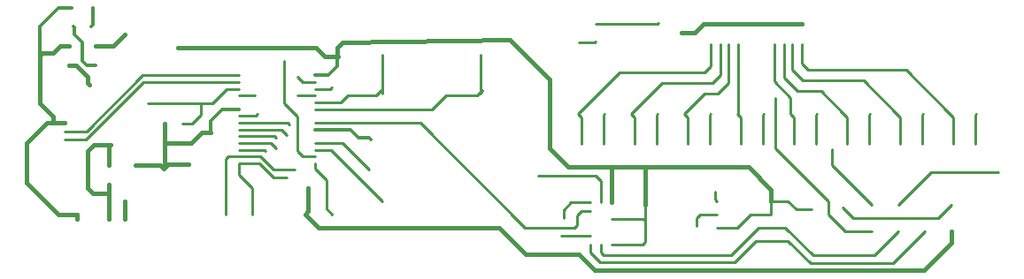
<source format=gbr>
G04 EAGLE Gerber RS-274X export*
G75*
%MOMM*%
%FSLAX34Y34*%
%LPD*%
%INTop Copper*%
%IPPOS*%
%AMOC8*
5,1,8,0,0,1.08239X$1,22.5*%
G01*
%ADD10C,0.254000*%
%ADD11C,0.304800*%
%ADD12C,0.406400*%


D10*
X940820Y507540D02*
X940820Y479260D01*
X940820Y507540D02*
X941750Y508470D01*
X286960Y467100D02*
X276600Y467100D01*
X274320Y464820D01*
X274320Y411880D01*
X274250Y411810D01*
X320040Y454660D02*
X340360Y454660D01*
X307600Y467100D02*
X286960Y467100D01*
X307600Y467100D02*
X320040Y454660D01*
X991620Y479260D02*
X991620Y507540D01*
X992550Y508470D01*
X299650Y436950D02*
X299650Y411810D01*
X299650Y436950D02*
X287020Y449580D01*
X287020Y460540D01*
X286960Y460600D01*
X320040Y447040D02*
X332740Y447040D01*
X306480Y460600D02*
X286960Y460600D01*
X306480Y460600D02*
X320040Y447040D01*
X370520Y436550D02*
X370520Y417140D01*
X375850Y411810D01*
X360080Y455260D02*
X360080Y460600D01*
X370520Y444820D02*
X370520Y436550D01*
X370520Y444820D02*
X360080Y455260D01*
X796300Y424650D02*
X796300Y411950D01*
X820220Y416640D02*
X835070Y416640D01*
X812210Y424650D02*
X796300Y424650D01*
X812210Y424650D02*
X820220Y416640D01*
X763950Y399250D02*
X744300Y399250D01*
X776650Y411950D02*
X796300Y411950D01*
X776650Y411950D02*
X763950Y399250D01*
X675440Y405600D02*
X675440Y420840D01*
X675440Y405600D02*
X675440Y385280D01*
X673220Y383060D02*
X643140Y383060D01*
X673220Y383060D02*
X675440Y385280D01*
X673980Y407060D02*
X643140Y407060D01*
X673980Y407060D02*
X675440Y405600D01*
D11*
X286960Y512600D02*
X271300Y512600D01*
X260280Y501580D01*
X360080Y545100D02*
X372380Y545100D01*
X381000Y553720D01*
X381000Y561960D01*
X381720Y562680D01*
D12*
X968420Y395440D02*
X968420Y384220D01*
X942340Y358140D01*
X627380Y358140D01*
X612140Y373380D01*
X561340Y373380D01*
X363480Y398780D02*
X350450Y411810D01*
X363480Y398780D02*
X535940Y398780D01*
X561340Y373380D01*
X796300Y424650D02*
X796300Y435600D01*
X774700Y457200D01*
X642620Y457200D02*
X601980Y457200D01*
X642620Y457200D02*
X675640Y457200D01*
X774700Y457200D01*
X601980Y457200D02*
X584200Y474980D01*
X584200Y541020D01*
X546100Y579120D01*
X381720Y562680D02*
X381000Y563400D01*
X675440Y457000D02*
X675440Y420840D01*
X675440Y457000D02*
X675640Y457200D01*
X643140Y456680D02*
X643140Y423060D01*
X643140Y456680D02*
X642620Y457200D01*
X215960Y457260D02*
X215900Y457200D01*
X215900Y456700D01*
X214960Y455760D01*
X211640Y459080D02*
X188260Y459080D01*
X211640Y459080D02*
X214960Y455760D01*
X251400Y490160D02*
X260280Y490160D01*
D11*
X260280Y501580D01*
D12*
X241300Y480060D02*
X215960Y480060D01*
X241300Y480060D02*
X251400Y490160D01*
X215960Y499040D02*
X215960Y480060D01*
X215960Y456760D01*
X214960Y455760D01*
X350190Y411810D02*
X350450Y411810D01*
X238760Y459740D02*
X218940Y459740D01*
X214960Y455760D01*
X353520Y436550D02*
X353520Y414880D01*
X350450Y411810D01*
X369500Y562680D02*
X381720Y562680D01*
X369500Y562680D02*
X360680Y571500D01*
X228600Y571500D01*
X381000Y571500D02*
X381000Y563400D01*
X386080Y576580D02*
X546100Y579120D01*
X386080Y576580D02*
X381000Y571500D01*
D10*
X330200Y558800D02*
X330200Y518160D01*
X342900Y505460D01*
X342900Y472440D01*
X348240Y467100D02*
X360080Y467100D01*
X348240Y467100D02*
X342900Y472440D01*
X612140Y576580D02*
X627200Y576580D01*
X628060Y577440D01*
X955720Y408140D02*
X968420Y420840D01*
X955720Y408140D02*
X874440Y408140D01*
X864280Y418300D01*
X623140Y423060D02*
X604880Y423060D01*
X597580Y415760D01*
X597580Y408140D01*
X374760Y473600D02*
X360080Y473600D01*
X374760Y473600D02*
X424180Y424180D01*
X573450Y448780D02*
X628060Y448780D01*
X633140Y443700D01*
X633140Y423060D01*
X854120Y458940D02*
X854120Y474180D01*
X854120Y458940D02*
X892220Y420840D01*
X386080Y480060D02*
X360120Y480060D01*
X360080Y480100D01*
X386080Y480060D02*
X411480Y454660D01*
X614660Y415060D02*
X623140Y415060D01*
X614660Y415060D02*
X610280Y410680D01*
X610280Y401790D01*
X607740Y399250D01*
X560750Y399250D01*
X460400Y499600D02*
X360080Y499600D01*
X460400Y499600D02*
X560750Y399250D01*
X595040Y391060D02*
X623140Y391060D01*
X724580Y400520D02*
X724580Y408140D01*
X728390Y411950D02*
X744300Y411950D01*
X728390Y411950D02*
X724580Y408140D01*
X360080Y525600D02*
X343080Y525600D01*
X342900Y525780D01*
X800100Y523240D02*
X800100Y474980D01*
X850900Y424180D01*
X850900Y411480D01*
X866940Y395440D01*
X892220Y395440D01*
X796300Y386550D02*
X781730Y386550D01*
X912540Y364960D02*
X943020Y395440D01*
X912540Y364960D02*
X833800Y364960D01*
X812210Y386550D02*
X796300Y386550D01*
X812210Y386550D02*
X833800Y364960D01*
X623140Y375080D02*
X623140Y383060D01*
X623140Y375080D02*
X632460Y365760D01*
X760940Y365760D01*
X781730Y386550D01*
X374620Y532100D02*
X360080Y532100D01*
X374620Y532100D02*
X375920Y533400D01*
X784270Y399250D02*
X796300Y399250D01*
X784270Y399250D02*
X757600Y372580D01*
X894760Y372580D02*
X917620Y395440D01*
X894760Y372580D02*
X836340Y372580D01*
X809670Y399250D02*
X796300Y399250D01*
X809670Y399250D02*
X836340Y372580D01*
X757600Y372580D02*
X635800Y372580D01*
X633140Y375240D02*
X633140Y383060D01*
X633140Y375240D02*
X635800Y372580D01*
X360080Y538600D02*
X347860Y538600D01*
X342900Y543560D01*
X250520Y518230D02*
X199720Y518230D01*
X250520Y518230D02*
X261690Y518230D01*
X275560Y532100D02*
X286960Y532100D01*
X275560Y532100D02*
X261690Y518230D01*
X242500Y499040D02*
X232960Y499040D01*
X250520Y507060D02*
X250520Y518230D01*
X250520Y507060D02*
X242500Y499040D01*
X140640Y483540D02*
X120050Y483540D01*
X195700Y538600D02*
X286960Y538600D01*
X195700Y538600D02*
X140640Y483540D01*
X141020Y491540D02*
X120050Y491540D01*
X194580Y545100D02*
X286960Y545100D01*
X194580Y545100D02*
X141020Y491540D01*
X517840Y527110D02*
X517840Y564820D01*
X519500Y530530D02*
X517840Y527110D01*
X471960Y512600D02*
X360080Y512600D01*
X471960Y512600D02*
X485140Y525780D01*
X514750Y525780D01*
X519500Y530530D01*
X424640Y527110D02*
X424640Y564820D01*
X422980Y530530D02*
X424640Y527110D01*
X384480Y519100D02*
X360080Y519100D01*
X384480Y519100D02*
X391160Y525780D01*
X418230Y525780D01*
X422980Y530530D01*
X970620Y505000D02*
X970620Y479260D01*
X970620Y505000D02*
X967150Y508470D01*
X825160Y556480D02*
X825160Y574920D01*
X825160Y556480D02*
X831260Y550380D01*
X925240Y550380D01*
X967150Y508470D01*
X919820Y505000D02*
X919820Y479260D01*
X919820Y505000D02*
X916350Y508470D01*
X816210Y550190D02*
X816210Y574920D01*
X816210Y550190D02*
X826180Y540220D01*
X884600Y540220D01*
X916350Y508470D01*
X869020Y505000D02*
X869020Y479260D01*
X869020Y505000D02*
X865550Y508470D01*
X808210Y542950D02*
X808210Y574920D01*
X808210Y542950D02*
X821100Y530060D01*
X843960Y530060D01*
X865550Y508470D01*
X818220Y505000D02*
X818220Y479260D01*
X818220Y505000D02*
X814750Y508470D01*
X799260Y539200D02*
X799260Y574920D01*
X814750Y523710D02*
X814750Y508470D01*
X814750Y523710D02*
X799260Y539200D01*
X767420Y505000D02*
X767420Y479260D01*
X767420Y505000D02*
X763950Y508470D01*
X764200Y508720D02*
X764200Y574920D01*
X764200Y508720D02*
X763950Y508470D01*
X716620Y505000D02*
X716620Y479260D01*
X716620Y505000D02*
X713150Y508470D01*
X755250Y537870D02*
X755250Y574920D01*
X755250Y537870D02*
X744900Y527520D01*
X732200Y527520D01*
X713150Y508470D01*
X665820Y505000D02*
X665820Y479260D01*
X665820Y505000D02*
X662350Y508470D01*
X747250Y545110D02*
X747250Y574920D01*
X747250Y545110D02*
X739820Y537680D01*
X691560Y537680D01*
X662350Y508470D01*
X615020Y505000D02*
X615020Y479260D01*
X615020Y505000D02*
X611550Y508470D01*
X738300Y553940D02*
X738300Y574920D01*
X738300Y553940D02*
X732200Y547840D01*
X650920Y547840D01*
X611550Y508470D01*
X636020Y507540D02*
X636020Y479260D01*
X636020Y507540D02*
X636950Y508470D01*
X302900Y506100D02*
X286960Y506100D01*
X302900Y506100D02*
X304800Y508000D01*
X890020Y507540D02*
X890020Y479260D01*
X890020Y507540D02*
X890950Y508470D01*
X312420Y472440D02*
X311260Y473600D01*
X286960Y473600D01*
X742868Y425920D02*
X744138Y424650D01*
X744300Y424650D01*
X742868Y425920D02*
X742868Y433032D01*
X742360Y433540D01*
X302080Y525600D02*
X286960Y525600D01*
X302080Y525600D02*
X302260Y525780D01*
X948900Y452120D02*
X1013460Y452120D01*
X948900Y452120D02*
X917620Y420840D01*
X839220Y479260D02*
X839220Y507540D01*
X840150Y508470D01*
X322580Y474980D02*
X317460Y480100D01*
X286960Y480100D01*
X788420Y479260D02*
X788420Y507540D01*
X789350Y508470D01*
X322580Y485140D02*
X321120Y486600D01*
X286960Y486600D01*
D11*
X360080Y493100D02*
X393360Y493100D01*
X401320Y485140D01*
X411460Y485140D01*
X413060Y483540D01*
D10*
X737620Y479260D02*
X737620Y507540D01*
X738550Y508470D01*
X332740Y487680D02*
X327320Y493100D01*
X286960Y493100D01*
X686820Y479260D02*
X686820Y507540D01*
X687750Y508470D01*
X335280Y497840D02*
X333520Y499600D01*
X286960Y499600D01*
D12*
X816210Y594420D02*
X825160Y594420D01*
X816210Y594420D02*
X808210Y594420D01*
X799260Y594420D01*
X764200Y594420D01*
X755250Y594420D01*
X747250Y594420D01*
X738300Y594420D01*
X731580Y594420D01*
X723100Y585940D02*
X710180Y585940D01*
X723100Y585940D02*
X731580Y594420D01*
D10*
X658540Y594440D02*
X628060Y594440D01*
X658540Y594440D02*
X687180Y594440D01*
X688180Y595440D01*
D11*
X96520Y563640D02*
X96280Y563880D01*
X114300Y609600D02*
X126660Y609600D01*
X114300Y609600D02*
X96520Y591820D01*
X96520Y564120D01*
X96280Y563880D01*
D12*
X96280Y518400D01*
X116180Y573380D02*
X124160Y573380D01*
X116180Y573380D02*
X109220Y566420D01*
X98820Y566420D01*
X96280Y563880D01*
X103300Y499540D02*
X83820Y480060D01*
X83820Y441960D01*
X103300Y499540D02*
X109220Y499540D01*
X120050Y499540D01*
X109220Y505460D02*
X96280Y518400D01*
X109220Y505460D02*
X109220Y499540D01*
X132440Y411120D02*
X132440Y407370D01*
X132440Y411120D02*
X132080Y411480D01*
X114300Y411480D01*
X83820Y441960D01*
D11*
X147660Y593820D02*
X147660Y609600D01*
X147660Y593820D02*
X145660Y591820D01*
X141580Y554380D02*
X150160Y554380D01*
X141580Y554380D02*
X137160Y558800D01*
X137160Y576580D01*
X129540Y584200D01*
X129540Y590940D01*
X128660Y591820D01*
D12*
X131420Y554380D02*
X124160Y554380D01*
X131420Y554380D02*
X142240Y543560D01*
X142240Y537600D01*
X143900Y535940D01*
X162440Y431800D02*
X162440Y407370D01*
X162440Y431800D02*
X162440Y439900D01*
X162260Y440080D01*
X162260Y459080D02*
X162260Y477800D01*
X164140Y478460D01*
X148260Y478460D01*
X142240Y472440D01*
X142240Y436880D01*
X147320Y431800D01*
X162440Y431800D01*
X166980Y573380D02*
X150160Y573380D01*
X166980Y573380D02*
X177800Y584200D01*
X177440Y411120D02*
X177440Y407370D01*
X177440Y411120D02*
X177800Y411480D01*
X177800Y424180D01*
M02*

</source>
